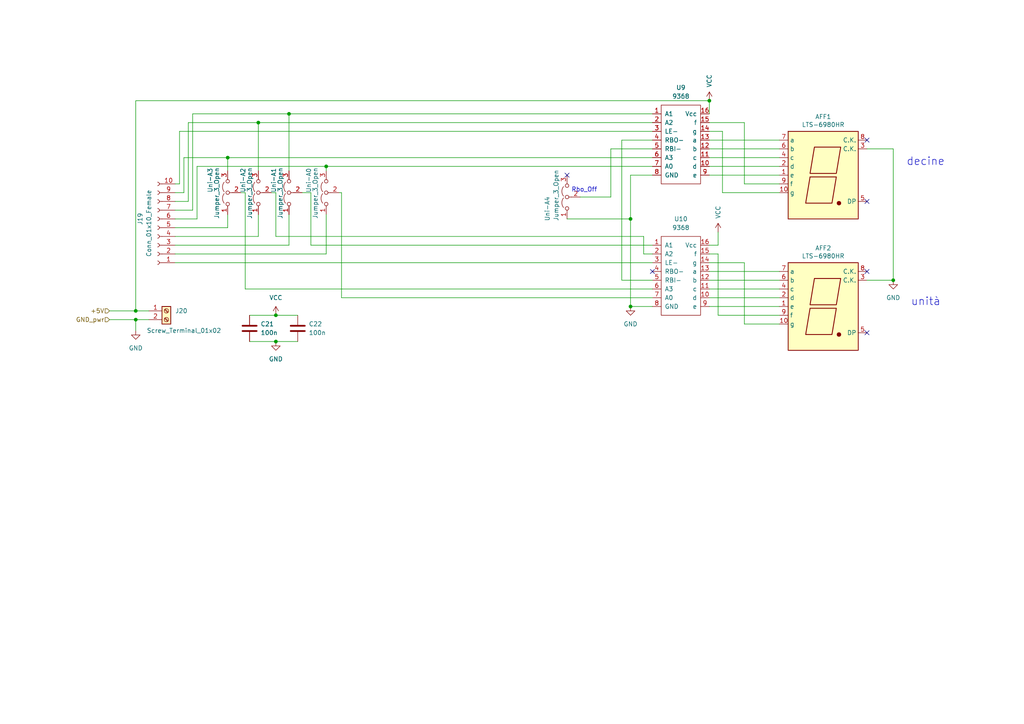
<source format=kicad_sch>
(kicad_sch (version 20211123) (generator eeschema)
  (paper "A4")
  (lib_symbols
    (symbol "Connector:Conn_01x10_Female" (pin_names (offset 1.016) hide)
      (property "Reference" "J" (at 0 12.7 0))
      (property "Value" "Conn_01x10_Female" (at 0 -15.24 0))
      (symbol "Conn_01x10_Female_1_1"
        (arc (start 0 -12.192) (mid -0.508 -12.7) (end 0 -13.208) (stroke (width 0.1524)))
        (arc (start 0 -9.652) (mid -0.508 -10.16) (end 0 -10.668) (stroke (width 0.1524)))
        (arc (start 0 -7.112) (mid -0.508 -7.62) (end 0 -8.128) (stroke (width 0.1524)))
        (arc (start 0 -4.572) (mid -0.508 -5.08) (end 0 -5.588) (stroke (width 0.1524)))
        (arc (start 0 -2.032) (mid -0.508 -2.54) (end 0 -3.048) (stroke (width 0.1524)))
        (polyline (pts (xy -1.27 -12.7) (xy -0.508 -12.7)) (stroke (width 0.1524)))
        (polyline (pts (xy -1.27 -10.16) (xy -0.508 -10.16)) (stroke (width 0.1524)))
        (polyline (pts (xy -1.27 -7.62) (xy -0.508 -7.62)) (stroke (width 0.1524)))
        (polyline (pts (xy -1.27 -5.08) (xy -0.508 -5.08)) (stroke (width 0.1524)))
        (polyline (pts (xy -1.27 -2.54) (xy -0.508 -2.54)) (stroke (width 0.1524)))
        (polyline (pts (xy -1.27 0) (xy -0.508 0)) (stroke (width 0.1524)))
        (polyline (pts (xy -1.27 2.54) (xy -0.508 2.54)) (stroke (width 0.1524)))
        (polyline (pts (xy -1.27 5.08) (xy -0.508 5.08)) (stroke (width 0.1524)))
        (polyline (pts (xy -1.27 7.62) (xy -0.508 7.62)) (stroke (width 0.1524)))
        (polyline (pts (xy -1.27 10.16) (xy -0.508 10.16)) (stroke (width 0.1524)))
        (arc (start 0 0.508) (mid -0.508 0) (end 0 -0.508) (stroke (width 0.1524)))
        (arc (start 0 3.048) (mid -0.508 2.54) (end 0 2.032) (stroke (width 0.1524)))
        (arc (start 0 5.588) (mid -0.508 5.08) (end 0 4.572) (stroke (width 0.1524)))
        (arc (start 0 8.128) (mid -0.508 7.62) (end 0 7.112) (stroke (width 0.1524)))
        (arc (start 0 10.668) (mid -0.508 10.16) (end 0 9.652) (stroke (width 0.1524)))
        (pin passive line (at -5.08 10.16 0) (length 3.81) (name "Pin_1") (number "1"))
        (pin passive line (at -5.08 -12.7 0) (length 3.81) (name "Pin_10") (number "10"))
        (pin passive line (at -5.08 7.62 0) (length 3.81) (name "Pin_2") (number "2"))
        (pin passive line (at -5.08 5.08 0) (length 3.81) (name "Pin_3") (number "3"))
        (pin passive line (at -5.08 2.54 0) (length 3.81) (name "Pin_4") (number "4"))
        (pin passive line (at -5.08 0 0) (length 3.81) (name "Pin_5") (number "5"))
        (pin passive line (at -5.08 -2.54 0) (length 3.81) (name "Pin_6") (number "6"))
        (pin passive line (at -5.08 -5.08 0) (length 3.81) (name "Pin_7") (number "7"))
        (pin passive line (at -5.08 -7.62 0) (length 3.81) (name "Pin_8") (number "8"))
        (pin passive line (at -5.08 -10.16 0) (length 3.81) (name "Pin_9") (number "9"))
      )
    )
    (symbol "Connector:Screw_Terminal_01x02" (pin_names (offset 1.016) hide)
      (property "Reference" "J" (at 0 2.54 0))
      (property "Value" "Screw_Terminal_01x02" (at 0 -5.08 0))
      (symbol "Screw_Terminal_01x02_1_1"
        (rectangle (start -1.27 1.27) (end 1.27 -3.81) (stroke (width 0.254)) (fill (type background)))
        (circle (center 0 -2.54) (radius 0.635) (stroke (width 0.1524)))
        (polyline (pts (xy -0.5334 -2.2098) (xy 0.3302 -3.048)) (stroke (width 0.1524)))
        (polyline (pts (xy -0.5334 0.3302) (xy 0.3302 -0.508)) (stroke (width 0.1524)))
        (polyline (pts (xy -0.3556 -2.032) (xy 0.508 -2.8702)) (stroke (width 0.1524)))
        (polyline (pts (xy -0.3556 0.508) (xy 0.508 -0.3302)) (stroke (width 0.1524)))
        (circle (center 0 0) (radius 0.635) (stroke (width 0.1524)))
        (pin passive line (at -5.08 0 0) (length 3.81) (name "Pin_1") (number "1"))
        (pin passive line (at -5.08 -2.54 0) (length 3.81) (name "Pin_2") (number "2"))
      )
    )
    (symbol "Device:C" (pin_numbers hide) (pin_names (offset 0.254))
      (property "Reference" "C" (at 0.635 2.54 0))
      (property "Value" "C" (at 0.635 -2.54 0))
      (symbol "C_0_1"
        (polyline (pts (xy -2.032 -0.762) (xy 2.032 -0.762)) (stroke (width 0.508)))
        (polyline (pts (xy -2.032 0.762) (xy 2.032 0.762)) (stroke (width 0.508)))
      )
      (symbol "C_1_1"
        (pin passive line (at 0 3.81 270) (length 2.794) (name "~") (number "1"))
        (pin passive line (at 0 -3.81 90) (length 2.794) (name "~") (number "2"))
      )
    )
    (symbol "Display_Character:LTS-6980HR"
      (property "Reference" "AFF" (at -7.874 13.97 0))
      (property "Value" "LTS-6980HR" (at 4.064 13.97 0))
      (symbol "LTS-6980HR_0_1"
        (rectangle (start -10.16 12.7) (end 10.16 -12.7) (stroke (width 0.254)) (fill (type background)))
        (polyline (pts (xy -3.81 -0.508) (xy 3.81 -0.508) (xy 2.54 -8.128) (xy -5.08 -8.128) (xy -3.81 -0.508) (xy -3.81 -0.508)) (stroke (width 0.254)))
        (polyline (pts (xy -2.54 8.128) (xy 5.08 8.128) (xy 3.81 0.508) (xy -3.81 0.508) (xy -2.54 8.128) (xy -2.54 8.128)) (stroke (width 0.254)))
        (circle (center 4.572 -8.128) (radius 0.508) (stroke (width 0.254)) (fill (type outline)))
      )
      (symbol "LTS-6980HR_1_1"
        (pin passive line (at -12.7 0 0) (length 2.54) (name "e") (number "1"))
        (pin passive line (at -12.7 -5.08 0) (length 2.54) (name "g") (number "10"))
        (pin passive line (at -12.7 2.54 0) (length 2.54) (name "d") (number "2"))
        (pin passive line (at 12.7 7.62 180) (length 2.54) (name "C.K.") (number "3"))
        (pin passive line (at -12.7 5.08 0) (length 2.54) (name "c") (number "4"))
        (pin passive line (at 12.7 -7.62 180) (length 2.54) (name "DP") (number "5"))
        (pin passive line (at -12.7 7.62 0) (length 2.54) (name "b") (number "6"))
        (pin passive line (at -12.7 10.16 0) (length 2.54) (name "a") (number "7"))
        (pin passive line (at 12.7 10.16 180) (length 2.54) (name "C.K.") (number "8"))
        (pin passive line (at -12.7 -2.54 0) (length 2.54) (name "f") (number "9"))
      )
    )
    (symbol "Jumper:Jumper_3_Open" (pin_names (offset 0) hide)
      (property "Reference" "JP" (at -2.54 -2.54 0))
      (property "Value" "Jumper_3_Open" (at 0 2.794 0))
      (symbol "Jumper_3_Open_0_0"
        (circle (center -3.302 0) (radius 0.508))
        (circle (center 0 0) (radius 0.508))
        (circle (center 3.302 0) (radius 0.508))
      )
      (symbol "Jumper_3_Open_0_1"
        (arc (start -0.254 1.016) (mid -1.651 1.4992) (end -3.048 1.016))
        (polyline (pts (xy 0 -0.508) (xy 0 -1.27)))
        (arc (start 3.048 1.016) (mid 1.651 1.4992) (end 0.254 1.016))
      )
      (symbol "Jumper_3_Open_1_1"
        (pin passive line (at -6.35 0 0) (length 2.54) (name "A") (number "1"))
        (pin passive line (at 0 -3.81 90) (length 2.54) (name "C") (number "2"))
        (pin passive line (at 6.35 0 180) (length 2.54) (name "B") (number "3"))
      )
    )
    (symbol "Massimi_Lib. (2):9368" (pin_names (offset 1.016))
      (property "Reference" "U" (at 0 1.27 0))
      (property "Value" "9368" (at 0 -1.27 0))
      (symbol "9368_0_1"
        (rectangle (start -6.35 -2.54) (end 5.08 -25.4))
      )
      (symbol "9368_1_1"
        (pin input line (at -8.89 -5.08 0) (length 2.54) (name "A1") (number "1"))
        (pin output line (at 7.62 -20.32 180) (length 2.54) (name "d") (number "10"))
        (pin output line (at 7.62 -17.78 180) (length 2.54) (name "c") (number "11"))
        (pin output line (at 7.62 -15.24 180) (length 2.54) (name "b") (number "12"))
        (pin output line (at 7.62 -12.7 180) (length 2.54) (name "a") (number "13"))
        (pin output line (at 7.62 -10.16 180) (length 2.54) (name "g") (number "14"))
        (pin output line (at 7.62 -7.62 180) (length 2.54) (name "f") (number "15"))
        (pin input line (at 7.62 -5.08 180) (length 2.54) (name "Vcc") (number "16"))
        (pin input line (at -8.89 -7.62 0) (length 2.54) (name "A2") (number "2"))
        (pin input line (at -8.89 -10.16 0) (length 2.54) (name "LE-") (number "3"))
        (pin output line (at -8.89 -12.7 0) (length 2.54) (name "RBO-") (number "4"))
        (pin input line (at -8.89 -15.24 0) (length 2.54) (name "RBI-") (number "5"))
        (pin input line (at -8.89 -17.78 0) (length 2.54) (name "A3") (number "6"))
        (pin input line (at -8.89 -20.32 0) (length 2.54) (name "A0") (number "7"))
        (pin input line (at -8.89 -22.86 0) (length 2.54) (name "GND") (number "8"))
        (pin output line (at 7.62 -22.86 180) (length 2.54) (name "e") (number "9"))
      )
    )
    (symbol "power:GND" (power) (pin_names (offset 0))
      (property "Value" "GND" (at 0 -3.81 0))
      (symbol "GND_0_1"
        (polyline (pts (xy 0 0) (xy 0 -1.27) (xy 1.27 -1.27) (xy 0 -2.54) (xy -1.27 -1.27) (xy 0 -1.27)))
      )
      (symbol "GND_1_1"
        (pin power_in line (at 0 0 270) (length 0) hide (name "GND") (number "1"))
      )
    )
    (symbol "power:VCC" (power) (pin_names (offset 0))
      (property "Value" "VCC" (at 0 3.81 0))
      (symbol "VCC_0_1"
        (polyline (pts (xy -0.762 1.27) (xy 0 2.54)))
        (polyline (pts (xy 0 0) (xy 0 2.54)))
        (polyline (pts (xy 0 2.54) (xy 0.762 1.27)))
      )
      (symbol "VCC_1_1"
        (pin power_in line (at 0 0 90) (length 0) hide (name "VCC") (number "1"))
      )
    )
  )
  (junction (at 182.88 63.5))
  (junction (at 80.01 91.44))
  (junction (at 39.37 92.71))
  (junction (at 83.82 33.02))
  (junction (at 74.93 35.56))
  (junction (at 205.74 29.21))
  (junction (at 39.37 90.17))
  (junction (at 259.08 81.28))
  (junction (at 182.88 88.9))
  (junction (at 80.01 99.06))
  (junction (at 94.615 48.26))
  (junction (at 66.04 45.72))
  (no_connect (at 251.46 58.42))
  (no_connect (at 189.23 78.74))
  (no_connect (at 164.465 50.8))
  (no_connect (at 251.46 78.74))
  (no_connect (at 251.46 40.64))
  (no_connect (at 251.46 96.52))
  (wire (pts (xy 54.61 35.56) (xy 54.61 58.42)))
  (wire (pts (xy 177.165 57.15) (xy 168.275 57.15)))
  (wire (pts (xy 180.34 81.28) (xy 189.23 81.28)))
  (wire (pts (xy 259.08 43.18) (xy 259.08 81.28)))
  (wire (pts (xy 215.9 76.2) (xy 215.9 93.98)))
  (wire (pts (xy 94.615 62.23) (xy 94.615 73.66)))
  (wire (pts (xy 39.37 95.885) (xy 39.37 92.71)))
  (wire (pts (xy 66.04 66.04) (xy 66.04 62.23)))
  (wire (pts (xy 80.01 99.06) (xy 86.36 99.06)))
  (wire (pts (xy 90.17 55.88) (xy 90.17 71.12)))
  (wire (pts (xy 205.74 45.72) (xy 226.06 45.72)))
  (wire (pts (xy 80.01 91.44) (xy 86.36 91.44)))
  (wire (pts (xy 205.74 29.21) (xy 205.74 33.02)))
  (wire (pts (xy 50.8 68.58) (xy 74.93 68.58)))
  (wire (pts (xy 251.46 81.28) (xy 259.08 81.28)))
  (wire (pts (xy 52.07 38.1) (xy 189.23 38.1)))
  (wire (pts (xy 66.04 45.72) (xy 189.23 45.72)))
  (wire (pts (xy 94.615 48.26) (xy 189.23 48.26)))
  (wire (pts (xy 164.465 63.5) (xy 182.88 63.5)))
  (wire (pts (xy 186.69 68.58) (xy 186.69 73.66)))
  (wire (pts (xy 189.23 43.18) (xy 177.165 43.18)))
  (wire (pts (xy 208.28 71.12) (xy 208.28 67.31)))
  (wire (pts (xy 83.82 33.02) (xy 83.82 49.53)))
  (wire (pts (xy 205.74 76.2) (xy 215.9 76.2)))
  (wire (pts (xy 52.07 38.1) (xy 52.07 53.34)))
  (wire (pts (xy 94.615 48.26) (xy 94.615 49.53)))
  (wire (pts (xy 90.17 71.12) (xy 189.23 71.12)))
  (wire (pts (xy 205.74 48.26) (xy 226.06 48.26)))
  (wire (pts (xy 31.75 90.17) (xy 39.37 90.17)))
  (wire (pts (xy 205.74 81.28) (xy 226.06 81.28)))
  (wire (pts (xy 189.23 73.66) (xy 186.69 73.66)))
  (wire (pts (xy 205.74 43.18) (xy 226.06 43.18)))
  (wire (pts (xy 209.55 38.1) (xy 209.55 55.88)))
  (wire (pts (xy 72.39 91.44) (xy 80.01 91.44)))
  (wire (pts (xy 55.88 33.02) (xy 55.88 60.96)))
  (wire (pts (xy 53.34 45.72) (xy 66.04 45.72)))
  (wire (pts (xy 50.8 58.42) (xy 54.61 58.42)))
  (wire (pts (xy 50.8 63.5) (xy 57.15 63.5)))
  (wire (pts (xy 205.74 40.64) (xy 226.06 40.64)))
  (wire (pts (xy 99.06 55.88) (xy 99.06 86.36)))
  (wire (pts (xy 57.15 48.26) (xy 94.615 48.26)))
  (wire (pts (xy 31.75 92.71) (xy 39.37 92.71)))
  (wire (pts (xy 182.88 63.5) (xy 182.88 88.9)))
  (wire (pts (xy 251.46 43.18) (xy 259.08 43.18)))
  (wire (pts (xy 87.63 55.88) (xy 90.17 55.88)))
  (wire (pts (xy 189.23 83.82) (xy 71.12 83.82)))
  (wire (pts (xy 78.74 55.88) (xy 80.01 55.88)))
  (wire (pts (xy 57.15 63.5) (xy 57.15 48.26)))
  (wire (pts (xy 205.74 73.66) (xy 208.28 73.66)))
  (wire (pts (xy 55.88 33.02) (xy 83.82 33.02)))
  (wire (pts (xy 74.93 68.58) (xy 74.93 62.23)))
  (wire (pts (xy 66.04 45.72) (xy 66.04 49.53)))
  (wire (pts (xy 72.39 99.06) (xy 80.01 99.06)))
  (wire (pts (xy 50.8 71.12) (xy 83.82 71.12)))
  (wire (pts (xy 189.23 40.64) (xy 180.34 40.64)))
  (wire (pts (xy 205.74 71.12) (xy 208.28 71.12)))
  (wire (pts (xy 50.8 53.34) (xy 52.07 53.34)))
  (wire (pts (xy 98.425 55.88) (xy 99.06 55.88)))
  (wire (pts (xy 186.69 68.58) (xy 80.01 68.58)))
  (wire (pts (xy 53.34 45.72) (xy 53.34 55.88)))
  (wire (pts (xy 50.8 66.04) (xy 66.04 66.04)))
  (wire (pts (xy 205.74 38.1) (xy 209.55 38.1)))
  (wire (pts (xy 50.8 55.88) (xy 53.34 55.88)))
  (wire (pts (xy 83.82 71.12) (xy 83.82 62.23)))
  (wire (pts (xy 215.9 53.34) (xy 226.06 53.34)))
  (wire (pts (xy 71.12 55.88) (xy 71.12 83.82)))
  (wire (pts (xy 50.8 60.96) (xy 55.88 60.96)))
  (wire (pts (xy 189.23 86.36) (xy 99.06 86.36)))
  (wire (pts (xy 74.93 35.56) (xy 74.93 49.53)))
  (wire (pts (xy 208.28 91.44) (xy 226.06 91.44)))
  (wire (pts (xy 189.23 50.8) (xy 182.88 50.8)))
  (wire (pts (xy 205.74 83.82) (xy 226.06 83.82)))
  (wire (pts (xy 50.8 73.66) (xy 94.615 73.66)))
  (wire (pts (xy 39.37 29.21) (xy 39.37 90.17)))
  (wire (pts (xy 205.74 78.74) (xy 226.06 78.74)))
  (wire (pts (xy 39.37 90.17) (xy 43.18 90.17)))
  (wire (pts (xy 83.82 33.02) (xy 189.23 33.02)))
  (wire (pts (xy 208.28 73.66) (xy 208.28 91.44)))
  (wire (pts (xy 209.55 55.88) (xy 226.06 55.88)))
  (wire (pts (xy 215.9 93.98) (xy 226.06 93.98)))
  (wire (pts (xy 205.74 88.9) (xy 226.06 88.9)))
  (wire (pts (xy 180.34 40.64) (xy 180.34 81.28)))
  (wire (pts (xy 182.88 50.8) (xy 182.88 63.5)))
  (wire (pts (xy 205.74 86.36) (xy 226.06 86.36)))
  (wire (pts (xy 177.165 43.18) (xy 177.165 57.15)))
  (wire (pts (xy 43.18 92.71) (xy 39.37 92.71)))
  (wire (pts (xy 50.8 76.2) (xy 189.23 76.2)))
  (wire (pts (xy 205.74 50.8) (xy 226.06 50.8)))
  (wire (pts (xy 54.61 35.56) (xy 74.93 35.56)))
  (wire (pts (xy 69.85 55.88) (xy 71.12 55.88)))
  (wire (pts (xy 205.74 29.21) (xy 39.37 29.21)))
  (wire (pts (xy 205.74 35.56) (xy 215.9 35.56)))
  (wire (pts (xy 74.93 35.56) (xy 189.23 35.56)))
  (wire (pts (xy 182.88 88.9) (xy 189.23 88.9)))
  (wire (pts (xy 80.01 55.88) (xy 80.01 68.58)))
  (wire (pts (xy 215.9 35.56) (xy 215.9 53.34)))
  (text "unità" (at 264.16 88.9 0) (effects (font (size 2.2606 2.2606)) (justify left bottom)))
  (text "decine" (at 262.89 48.26 0) (effects (font (size 2.2606 2.2606)) (justify left bottom)))
  (text "Rbo_Off" (at 165.735 55.88 0) (effects (font (size 1.27 1.27)) (justify left bottom)))
  (hierarchical_label "+5V" (shape input) (at 31.75 90.17 180))
  (hierarchical_label "GND_pwr" (shape input) (at 31.75 92.71 180))
  (symbol (lib_id "Device:C") (at 72.39 95.25 0) (unit 1)
    (property "Reference" "C21" (at 75.565 93.98 0) (effects (justify left)))
    (property "Value" "100n" (at 75.565 96.52 0) (effects (justify left)))
    (property "Footprint" "Capacitor_THT:C_Disc_D4.3mm_W1.9mm_P5.00mm" (effects hide))
  )
  (symbol (lib_id "Jumper:Jumper_3_Open") (at 164.465 57.15 90) (unit 1)
    (property "Reference" "Uni-A4" (at 158.75 64.135 0) (effects (justify left)))
    (property "Value" "Jumper_3_Open" (at 161.29 64.135 0) (effects (justify left)))
    (property "Footprint" "Connector_PinSocket_2.54mm:PinSocket_1x03_P2.54mm_Vertical" (effects hide))
  )
  (symbol (lib_id "Connector:Conn_01x10_Female") (at 45.72 66.04 180) (unit 1)
    (property "Reference" "J19" (at 40.64 63.5 90))
    (property "Value" "Conn_01x10_Female" (at 43.18 64.77 90))
    (property "Footprint" "Connector_PinHeader_2.54mm:PinHeader_1x10_P2.54mm_Vertical" (effects hide))
  )
  (symbol (lib_id "power:GND") (at 182.88 88.9 0) (unit 1)
    (property "Reference" "#PWR041" (effects hide))
    (property "Value" "GND" (at 182.88 93.98 0))
  )
  (symbol (lib_id "power:GND") (at 259.08 81.28 0) (unit 1)
    (property "Reference" "#PWR044" (effects hide))
    (property "Value" "GND" (at 259.08 86.36 0))
  )
  (symbol (lib_id "Jumper:Jumper_3_Open") (at 83.82 55.88 90) (unit 1)
    (property "Reference" "Uni-A1" (at 79.375 55.88 0) (effects (justify left)))
    (property "Value" "Jumper_3_Open" (at 81.28 63.5 0) (effects (justify left)))
    (property "Footprint" "Connector_PinSocket_2.54mm:PinSocket_1x03_P2.54mm_Vertical" (effects hide))
  )
  (symbol (lib_id "Display_Character:LTS-6980HR") (at 238.76 88.9 0) (unit 1)
    (property "Reference" "AFF2" (at 238.76 71.9582 0))
    (property "Value" "LTS-6980HR" (at 238.76 74.2696 0))
    (property "Footprint" "Display_7Segment:7SegmentLED_LTS6760_LTS6780" (effects hide))
    (property "Datasheet" "http://datasheet.octopart.com/LTS-6960HR-Lite-On-datasheet-11803242.pdf" (effects hide))
  )
  (symbol (lib_id "Device:C") (at 86.36 95.25 0) (unit 1)
    (property "Reference" "C22" (at 89.535 93.98 0) (effects (justify left)))
    (property "Value" "100n" (at 89.535 96.52 0) (effects (justify left)))
    (property "Footprint" "Capacitor_THT:C_Disc_D4.3mm_W1.9mm_P5.00mm" (effects hide))
  )
  (symbol (lib_id "power:VCC") (at 205.74 29.21 0) (unit 1)
    (property "Reference" "#PWR042" (effects hide))
    (property "Value" "VCC" (at 205.74 25.4 90) (effects (justify left)))
  )
  (symbol (lib_id "Jumper:Jumper_3_Open") (at 66.04 55.88 90) (unit 1)
    (property "Reference" "Uni-A3" (at 60.96 55.88 0) (effects (justify left)))
    (property "Value" "Jumper_3_Open" (at 62.865 63.5 0) (effects (justify left)))
    (property "Footprint" "Connector_PinSocket_2.54mm:PinSocket_1x03_P2.54mm_Vertical" (effects hide))
  )
  (symbol (lib_id "Jumper:Jumper_3_Open") (at 74.93 55.88 90) (unit 1)
    (property "Reference" "Uni-A2" (at 70.485 55.88 0) (effects (justify left)))
    (property "Value" "Jumper_3_Open" (at 72.39 63.5 0) (effects (justify left)))
    (property "Footprint" "Connector_PinSocket_2.54mm:PinSocket_1x03_P2.54mm_Vertical" (effects hide))
  )
  (symbol (lib_id "Massimi_Lib. (2):9368") (at 198.12 66.04 0) (unit 1)
    (property "Reference" "U10" (at 197.485 63.5 0))
    (property "Value" "9368" (at 197.485 66.04 0))
    (property "Footprint" "Package_DIP:DIP-16_W7.62mm_Socket_LongPads" (effects hide))
  )
  (symbol (lib_id "Display_Character:LTS-6980HR") (at 238.76 50.8 0) (unit 1)
    (property "Reference" "AFF1" (at 238.76 33.8582 0))
    (property "Value" "LTS-6980HR" (at 238.76 36.1696 0))
    (property "Footprint" "Display_7Segment:7SegmentLED_LTS6760_LTS6780" (effects hide))
    (property "Datasheet" "http://datasheet.octopart.com/LTS-6960HR-Lite-On-datasheet-11803242.pdf" (effects hide))
  )
  (symbol (lib_id "power:VCC") (at 208.28 67.31 0) (unit 1)
    (property "Reference" "#PWR043" (effects hide))
    (property "Value" "VCC" (at 208.28 63.5 90) (effects (justify left)))
  )
  (symbol (lib_id "Massimi_Lib. (2):9368") (at 198.12 27.94 0) (unit 1)
    (property "Reference" "U9" (at 197.485 25.4 0))
    (property "Value" "9368" (at 197.485 27.94 0))
    (property "Footprint" "Package_DIP:DIP-16_W7.62mm_Socket_LongPads" (effects hide))
  )
  (symbol (lib_id "power:GND") (at 39.37 95.885 0) (unit 1)
    (property "Reference" "#PWR038" (effects hide))
    (property "Value" "GND" (at 39.37 100.965 0))
  )
  (symbol (lib_id "Jumper:Jumper_3_Open") (at 94.615 55.88 90) (unit 1)
    (property "Reference" "Uni-A0" (at 89.535 55.88 0) (effects (justify left)))
    (property "Value" "Jumper_3_Open" (at 91.44 63.5 0) (effects (justify left)))
    (property "Footprint" "Connector_PinSocket_2.54mm:PinSocket_1x03_P2.54mm_Vertical" (effects hide))
  )
  (symbol (lib_id "Connector:Screw_Terminal_01x02") (at 48.26 90.17 0) (unit 1)
    (property "Reference" "J20" (at 50.8 90.1699 0) (effects (justify left)))
    (property "Value" "Screw_Terminal_01x02" (at 42.545 95.885 0) (effects (justify left)))
    (property "Footprint" "TerminalBlock:TerminalBlock_bornier-2_P5.08mm" (effects hide))
  )
  (symbol (lib_id "power:GND") (at 80.01 99.06 0) (unit 1)
    (property "Reference" "#PWR040" (effects hide))
    (property "Value" "GND" (at 80.01 104.14 0))
  )
  (symbol (lib_id "power:VCC") (at 80.01 91.44 0) (unit 1)
    (property "Reference" "#PWR039" (effects hide))
    (property "Value" "VCC" (at 80.01 86.36 0))
  )
)
</source>
